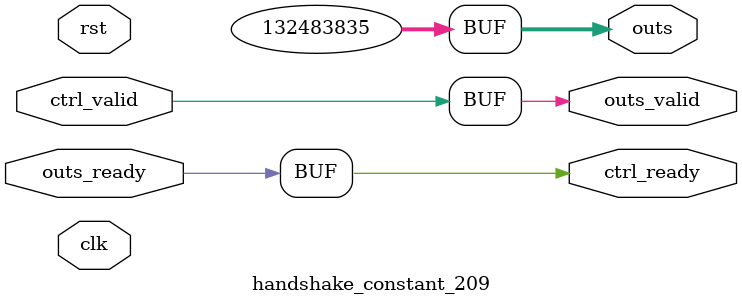
<source format=v>
`timescale 1ns / 1ps
module handshake_constant_209 #(
  parameter DATA_WIDTH = 32  // Default set to 32 bits
) (
  input                       clk,
  input                       rst,
  // Input Channel
  input                       ctrl_valid,
  output                      ctrl_ready,
  // Output Channel
  output [DATA_WIDTH - 1 : 0] outs,
  output                      outs_valid,
  input                       outs_ready
);
  assign outs       = 27'b111111001011000101011111011;
  assign outs_valid = ctrl_valid;
  assign ctrl_ready = outs_ready;

endmodule

</source>
